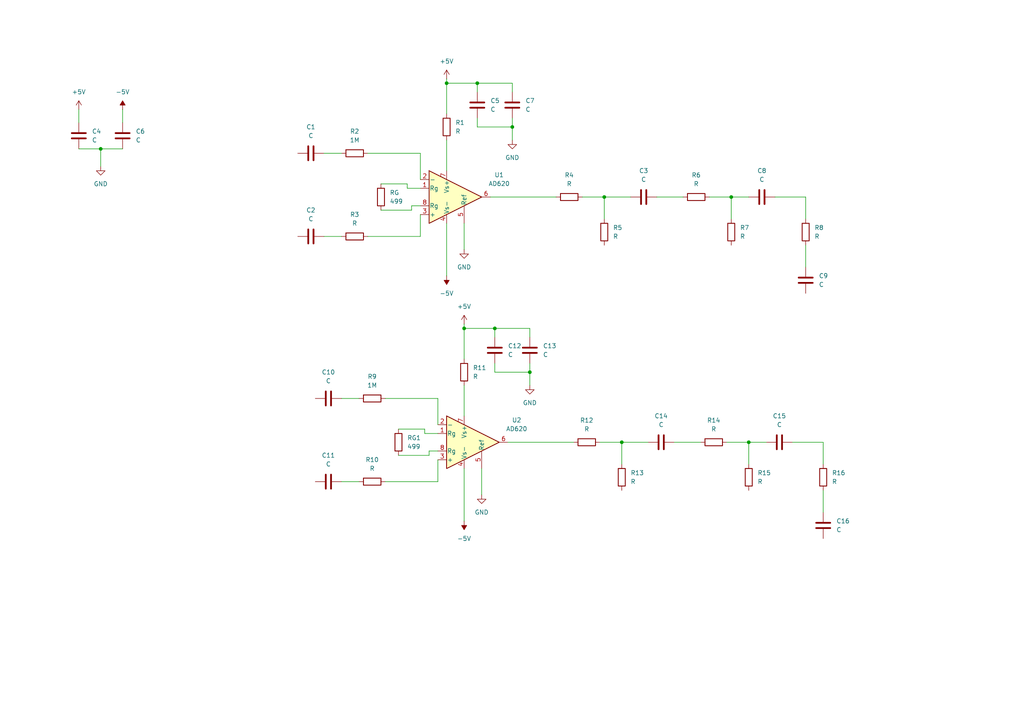
<source format=kicad_sch>
(kicad_sch (version 20250114) (generator "eeschema") (generator_version "9.0")
  (paper "A4")
  (lib_symbols
    (symbol "Amplifier_Instrumentation:AD620" (pin_names (offset 0.127))
      (property "Reference" "U" (at 3.81 7.62 0))
      (property "Value" "AD620" (at 5.08 5.08 0))
      (symbol "AD620_0_1"
        (polyline (pts (xy -7.62 7.62) (xy -7.62 -7.62) (xy 7.62 0) (xy -7.62 7.62)) (stroke (width 0.254)) (fill (type background)))
      )
      (symbol "AD620_1_1"
        (pin input line (at -10.16 5.08 0) (length 2.54) (name "-") (number "2"))
        (pin passive line (at -10.16 2.54 0) (length 2.54) (name "Rg") (number "1"))
        (pin passive line (at -10.16 -2.54 0) (length 2.54) (name "Rg") (number "8"))
        (pin input line (at -10.16 -5.08 0) (length 2.54) (name "+") (number "3"))
        (pin power_in line (at -2.54 7.62 270) (length 2.54) (name "Vs+") (number "7"))
        (pin power_in line (at -2.54 -7.62 90) (length 2.54) (name "Vs-") (number "4"))
        (pin passive line (at 2.54 -7.62 90) (length 5.08) (name "Ref") (number "5"))
        (pin output line (at 10.16 0 180) (length 2.54) (name "~") (number "6"))
      )
    )
    (symbol "Device:C" (pin_numbers (hide yes)) (pin_names (offset 0.254))
      (property "Reference" "C" (at 0.635 2.54 0))
      (property "Value" "C" (at 0.635 -2.54 0))
      (symbol "C_0_1"
        (polyline (pts (xy -2.032 0.762) (xy 2.032 0.762)) (stroke (width 0.508)))
        (polyline (pts (xy -2.032 -0.762) (xy 2.032 -0.762)) (stroke (width 0.508)))
      )
      (symbol "C_1_1"
        (pin passive line (at 0 3.81 270) (length 2.794) (name "~") (number "1"))
        (pin passive line (at 0 -3.81 90) (length 2.794) (name "~") (number "2"))
      )
    )
    (symbol "Device:R" (pin_numbers (hide yes)) (pin_names (offset 0))
      (property "Reference" "R" (at 2.032 0 90))
      (property "Value" "R" (at 0 0 90))
      (symbol "R_0_1"
        (rectangle (start -1.016 -2.54) (end 1.016 2.54) (stroke (width 0.254)))
      )
      (symbol "R_1_1"
        (pin passive line (at 0 3.81 270) (length 1.27) (name "~") (number "1"))
        (pin passive line (at 0 -3.81 90) (length 1.27) (name "~") (number "2"))
      )
    )
    (symbol "power:+5V" (power) (pin_numbers (hide yes)) (pin_names (offset 0) (hide yes))
      (property "Value" "+5V" (at 0 3.556 0))
      (symbol "+5V_0_1"
        (polyline (pts (xy -0.762 1.27) (xy 0 2.54)))
        (polyline (pts (xy 0 2.54) (xy 0.762 1.27)))
        (polyline (pts (xy 0 0) (xy 0 2.54)))
      )
      (symbol "+5V_1_1"
        (pin power_in line (at 0 0 90) (length 0) (name "~") (number "1"))
      )
    )
    (symbol "power:-5V" (power) (pin_numbers (hide yes)) (pin_names (offset 0) (hide yes))
      (property "Value" "-5V" (at 0 3.556 0))
      (symbol "-5V_0_0"
        (pin power_in line (at 0 0 90) (length 0) (name "~") (number "1"))
      )
      (symbol "-5V_0_1"
        (polyline (pts (xy 0 0) (xy 0 1.27) (xy 0.762 1.27) (xy 0 2.54) (xy -0.762 1.27) (xy 0 1.27)) (fill (type outline)))
      )
    )
    (symbol "power:GND" (power) (pin_numbers (hide yes)) (pin_names (offset 0) (hide yes))
      (property "Value" "GND" (at 0 -3.81 0))
      (symbol "GND_0_1"
        (polyline (pts (xy 0 0) (xy 0 -1.27) (xy 1.27 -1.27) (xy 0 -2.54) (xy -1.27 -1.27) (xy 0 -1.27)))
      )
      (symbol "GND_1_1"
        (pin power_in line (at 0 0 270) (length 0) (name "~") (number "1"))
      )
    )
  )
  (junction (at 212.09 57.15))
  (junction (at 175.26 57.15))
  (junction (at 153.67 107.95))
  (junction (at 143.51 95.25))
  (junction (at 148.59 36.83))
  (junction (at 138.43 24.13))
  (junction (at 180.34 128.27))
  (junction (at 29.21 43.18))
  (junction (at 134.62 95.25))
  (junction (at 217.17 128.27))
  (junction (at 129.54 24.13))
  (wire (pts (xy 217.17 128.27) (xy 222.25 128.27)))
  (wire (pts (xy 153.67 107.95) (xy 153.67 111.76)))
  (wire (pts (xy 106.68 68.58) (xy 121.92 68.58)))
  (wire (pts (xy 127 115.57) (xy 111.76 115.57)))
  (wire (pts (xy 127 125.73) (xy 123.19 125.73)))
  (wire (pts (xy 238.76 142.24) (xy 238.76 148.59)))
  (wire (pts (xy 123.19 125.73) (xy 123.19 124.46)))
  (wire (pts (xy 29.21 43.18) (xy 35.56 43.18)))
  (wire (pts (xy 29.21 43.18) (xy 29.21 48.26)))
  (wire (pts (xy 190.5 57.15) (xy 198.12 57.15)))
  (wire (pts (xy 134.62 111.76) (xy 134.62 120.65)))
  (wire (pts (xy 134.62 64.77) (xy 134.62 72.39)))
  (wire (pts (xy 118.11 53.34) (xy 110.49 53.34)))
  (wire (pts (xy 138.43 26.67) (xy 138.43 24.13)))
  (wire (pts (xy 233.68 63.5) (xy 233.68 57.15)))
  (wire (pts (xy 142.24 57.15) (xy 161.29 57.15)))
  (wire (pts (xy 118.11 54.61) (xy 118.11 53.34)))
  (wire (pts (xy 212.09 57.15) (xy 212.09 63.5)))
  (wire (pts (xy 121.92 59.69) (xy 119.38 59.69)))
  (wire (pts (xy 153.67 97.79) (xy 153.67 95.25)))
  (wire (pts (xy 127 123.19) (xy 127 115.57)))
  (wire (pts (xy 195.58 128.27) (xy 203.2 128.27)))
  (wire (pts (xy 212.09 57.15) (xy 217.17 57.15)))
  (wire (pts (xy 129.54 40.64) (xy 129.54 49.53)))
  (wire (pts (xy 138.43 24.13) (xy 129.54 24.13)))
  (wire (pts (xy 143.51 97.79) (xy 143.51 95.25)))
  (wire (pts (xy 99.06 115.57) (xy 104.14 115.57)))
  (wire (pts (xy 99.06 139.7) (xy 104.14 139.7)))
  (wire (pts (xy 238.76 134.62) (xy 238.76 128.27)))
  (wire (pts (xy 180.34 128.27) (xy 187.96 128.27)))
  (wire (pts (xy 180.34 128.27) (xy 180.34 134.62)))
  (wire (pts (xy 138.43 34.29) (xy 138.43 36.83)))
  (wire (pts (xy 93.98 44.45) (xy 99.06 44.45)))
  (wire (pts (xy 121.92 52.07) (xy 121.92 44.45)))
  (wire (pts (xy 147.32 128.27) (xy 166.37 128.27)))
  (wire (pts (xy 175.26 57.15) (xy 182.88 57.15)))
  (wire (pts (xy 129.54 24.13) (xy 129.54 33.02)))
  (wire (pts (xy 127 130.81) (xy 124.46 130.81)))
  (wire (pts (xy 138.43 36.83) (xy 148.59 36.83)))
  (wire (pts (xy 22.86 43.18) (xy 29.21 43.18)))
  (wire (pts (xy 35.56 31.75) (xy 35.56 35.56)))
  (wire (pts (xy 127 133.35) (xy 127 139.7)))
  (wire (pts (xy 121.92 62.23) (xy 121.92 68.58)))
  (wire (pts (xy 22.86 31.75) (xy 22.86 35.56)))
  (wire (pts (xy 205.74 57.15) (xy 212.09 57.15)))
  (wire (pts (xy 233.68 71.12) (xy 233.68 77.47)))
  (wire (pts (xy 129.54 22.86) (xy 129.54 24.13)))
  (wire (pts (xy 148.59 24.13) (xy 138.43 24.13)))
  (wire (pts (xy 111.76 139.7) (xy 127 139.7)))
  (wire (pts (xy 175.26 57.15) (xy 175.26 63.5)))
  (wire (pts (xy 153.67 105.41) (xy 153.67 107.95)))
  (wire (pts (xy 93.98 68.58) (xy 99.06 68.58)))
  (wire (pts (xy 134.62 93.98) (xy 134.62 95.25)))
  (wire (pts (xy 134.62 135.89) (xy 134.62 151.13)))
  (wire (pts (xy 148.59 36.83) (xy 148.59 40.64)))
  (wire (pts (xy 173.99 128.27) (xy 180.34 128.27)))
  (wire (pts (xy 143.51 95.25) (xy 134.62 95.25)))
  (wire (pts (xy 121.92 44.45) (xy 106.68 44.45)))
  (wire (pts (xy 119.38 59.69) (xy 119.38 60.96)))
  (wire (pts (xy 168.91 57.15) (xy 175.26 57.15)))
  (wire (pts (xy 124.46 130.81) (xy 124.46 132.08)))
  (wire (pts (xy 143.51 107.95) (xy 153.67 107.95)))
  (wire (pts (xy 210.82 128.27) (xy 217.17 128.27)))
  (wire (pts (xy 238.76 128.27) (xy 229.87 128.27)))
  (wire (pts (xy 129.54 64.77) (xy 129.54 80.01)))
  (wire (pts (xy 121.92 54.61) (xy 118.11 54.61)))
  (wire (pts (xy 153.67 95.25) (xy 143.51 95.25)))
  (wire (pts (xy 217.17 128.27) (xy 217.17 134.62)))
  (wire (pts (xy 139.7 135.89) (xy 139.7 143.51)))
  (wire (pts (xy 143.51 105.41) (xy 143.51 107.95)))
  (wire (pts (xy 148.59 26.67) (xy 148.59 24.13)))
  (wire (pts (xy 124.46 132.08) (xy 115.57 132.08)))
  (wire (pts (xy 134.62 95.25) (xy 134.62 104.14)))
  (wire (pts (xy 123.19 124.46) (xy 115.57 124.46)))
  (wire (pts (xy 233.68 57.15) (xy 224.79 57.15)))
  (wire (pts (xy 119.38 60.96) (xy 110.49 60.96)))
  (wire (pts (xy 148.59 34.29) (xy 148.59 36.83)))
  (symbol (lib_id "Device:C") (at 90.17 68.58 90) (unit 1)
    (property "Reference" "C2" (at 90.17 60.96 90))
    (property "Value" "C" (at 90.17 63.5 90))
    (property "Description" "Unpolarized capacitor" (effects (hide yes)))
    (instances (project "KiCadNFB" (path "" (reference "C2") (unit 1)) (path "" (reference "C20") (unit 1))))
  )
  (symbol (lib_id "Device:R") (at 212.09 67.31 180) (unit 1)
    (property "Reference" "R7" (at 214.63 66.0399 0) (effects (justify right)))
    (property "Value" "R" (at 214.63 68.5799 0) (effects (justify right)))
    (property "Description" "Resistor" (effects (hide yes)))
    (instances (project "KiCadNFB" (path "" (reference "R7") (unit 1)) (path "" (reference "R29") (unit 1))))
  )
  (symbol (lib_id "power:GND") (at 134.62 72.39 0) (unit 1)
    (property "Reference" "#PWR02" (effects (hide yes)))
    (property "Value" "GND" (at 134.62 77.47 0))
    (property "Description" "Power symbol creates a global label with name \"GND\" , ground" (effects (hide yes)))
    (instances (project "KiCadNFB" (path "" (reference "#PWR02") (unit 1)) (path "" (reference "#PWR017") (unit 1))))
  )
  (symbol (lib_id "power:GND") (at 139.7 143.51 0) (unit 1)
    (property "Reference" "#PWR010" (effects (hide yes)))
    (property "Value" "GND" (at 139.7 148.59 0))
    (property "Description" "Power symbol creates a global label with name \"GND\" , ground" (effects (hide yes)))
    (instances (project "KiCadNFB" (path "" (reference "#PWR010") (unit 1)) (path "" (reference "#PWR020") (unit 1))))
  )
  (symbol (lib_id "power:GND") (at 153.67 111.76 0) (unit 1)
    (property "Reference" "#PWR011" (effects (hide yes)))
    (property "Value" "GND" (at 153.67 116.84 0))
    (property "Description" "Power symbol creates a global label with name \"GND\" , ground" (effects (hide yes)))
    (instances (project "KiCadNFB" (path "" (reference "#PWR011") (unit 1)) (path "" (reference "#PWR022") (unit 1))))
  )
  (symbol (lib_id "Device:R") (at 134.62 107.95 180) (unit 1)
    (property "Reference" "R11" (at 137.16 106.6799 0) (effects (justify right)))
    (property "Value" "R" (at 137.16 109.2199 0) (effects (justify right)))
    (property "Description" "Resistor" (effects (hide yes)))
    (instances (project "KiCadNFB" (path "" (reference "R11") (unit 1)) (path "" (reference "R22") (unit 1))))
  )
  (symbol (lib_id "Amplifier_Instrumentation:AD620") (at 132.08 57.15 0) (unit 1)
    (property "Reference" "U1" (at 144.78 50.7298 0))
    (property "Value" "AD620" (at 144.78 53.2698 0))
    (property "Datasheet" "https://www.analog.com/media/en/technical-documentation/data-sheets/AD620.pdf" (effects (hide yes)))
    (property "Description" "Low Cost, Low Power, Instrumentation Amplifier, DIP-8/SOIC-8" (effects (hide yes)))
    (instances (project "KiCadNFB" (path "" (reference "U1") (unit 1)) (path "" (reference "U3") (unit 1))))
  )
  (symbol (lib_id "Device:R") (at 107.95 115.57 90) (unit 1)
    (property "Reference" "R9" (at 107.95 109.22 90))
    (property "Value" "1M" (at 107.95 111.76 90))
    (property "Description" "Resistor" (effects (hide yes)))
    (instances (project "KiCadNFB" (path "" (reference "R9") (unit 1)) (path "" (reference "R19") (unit 1))))
  )
  (symbol (lib_id "Device:C") (at 233.68 81.28 0) (unit 1)
    (property "Reference" "C9" (at 237.49 80.0099 0) (effects (justify left)))
    (property "Value" "C" (at 237.49 82.5499 0) (effects (justify left)))
    (property "Description" "Unpolarized capacitor" (effects (hide yes)))
    (instances (project "KiCadNFB" (path "" (reference "C9") (unit 1)) (path "" (reference "C31") (unit 1))))
  )
  (symbol (lib_id "power:-5V") (at 35.56 31.75 0) (unit 1)
    (property "Reference" "#PWR07" (effects (hide yes)))
    (property "Value" "-5V" (at 35.56 26.67 0))
    (property "Description" "Power symbol creates a global label with name \"-5V\"" (effects (hide yes)))
    (instances (project "KiCadNFB" (path "" (reference "#PWR07") (unit 1)) (path "" (reference "#PWR014") (unit 1))))
  )
  (symbol (lib_id "Device:R") (at 102.87 44.45 90) (unit 1)
    (property "Reference" "R2" (at 102.87 38.1 90))
    (property "Value" "1M" (at 102.87 40.64 90))
    (property "Description" "Resistor" (effects (hide yes)))
    (instances (project "KiCadNFB" (path "" (reference "R2") (unit 1)) (path "" (reference "R17") (unit 1))))
  )
  (symbol (lib_id "Device:C") (at 153.67 101.6 0) (unit 1)
    (property "Reference" "C13" (at 157.48 100.3299 0) (effects (justify left)))
    (property "Value" "C" (at 157.48 102.8699 0) (effects (justify left)))
    (property "Description" "Unpolarized capacitor" (effects (hide yes)))
    (instances (project "KiCadNFB" (path "" (reference "C13") (unit 1)) (path "" (reference "C26") (unit 1))))
  )
  (symbol (lib_id "Device:R") (at 170.18 128.27 90) (unit 1)
    (property "Reference" "R12" (at 170.18 121.92 90))
    (property "Value" "R" (at 170.18 124.46 90))
    (property "Description" "Resistor" (effects (hide yes)))
    (instances (project "KiCadNFB" (path "" (reference "R12") (unit 1)) (path "" (reference "R24") (unit 1))))
  )
  (symbol (lib_id "Device:C") (at 138.43 30.48 0) (unit 1)
    (property "Reference" "C5" (at 142.24 29.2099 0) (effects (justify left)))
    (property "Value" "C" (at 142.24 31.7499 0) (effects (justify left)))
    (property "Description" "Unpolarized capacitor" (effects (hide yes)))
    (instances (project "KiCadNFB" (path "" (reference "C5") (unit 1)) (path "" (reference "C23") (unit 1))))
  )
  (symbol (lib_id "power:GND") (at 148.59 40.64 0) (unit 1)
    (property "Reference" "#PWR03" (effects (hide yes)))
    (property "Value" "GND" (at 148.59 45.72 0))
    (property "Description" "Power symbol creates a global label with name \"GND\" , ground" (effects (hide yes)))
    (instances (project "KiCadNFB" (path "" (reference "#PWR03") (unit 1)) (path "" (reference "#PWR021") (unit 1))))
  )
  (symbol (lib_id "Device:R") (at 107.95 139.7 90) (unit 1)
    (property "Reference" "R10" (at 107.95 133.35 90))
    (property "Value" "R" (at 107.95 135.89 90))
    (property "Description" "Resistor" (effects (hide yes)))
    (instances (project "KiCadNFB" (path "" (reference "R10") (unit 1)) (path "" (reference "R20") (unit 1))))
  )
  (symbol (lib_id "Device:R") (at 217.17 138.43 180) (unit 1)
    (property "Reference" "R15" (at 219.71 137.1599 0) (effects (justify right)))
    (property "Value" "R" (at 219.71 139.6999 0) (effects (justify right)))
    (property "Description" "Resistor" (effects (hide yes)))
    (instances (project "KiCadNFB" (path "" (reference "R15") (unit 1)) (path "" (reference "R30") (unit 1))))
  )
  (symbol (lib_id "Device:R") (at 115.57 128.27 180) (unit 1)
    (property "Reference" "RG1" (at 118.11 126.9999 0) (effects (justify right)))
    (property "Value" "499" (at 118.11 129.5399 0) (effects (justify right)))
    (property "Description" "Resistor" (effects (hide yes)))
    (instances (project "KiCadNFB" (path "" (reference "RG1") (unit 1)) (path "" (reference "RG3") (unit 1))))
  )
  (symbol (lib_id "Device:C") (at 186.69 57.15 90) (unit 1)
    (property "Reference" "C3" (at 186.69 49.53 90))
    (property "Value" "C" (at 186.69 52.07 90))
    (property "Description" "Unpolarized capacitor" (effects (hide yes)))
    (instances (project "KiCadNFB" (path "" (reference "C3") (unit 1)) (path "" (reference "C27") (unit 1))))
  )
  (symbol (lib_id "Device:C") (at 220.98 57.15 90) (unit 1)
    (property "Reference" "C8" (at 220.98 49.53 90))
    (property "Value" "C" (at 220.98 52.07 90))
    (property "Description" "Unpolarized capacitor" (effects (hide yes)))
    (instances (project "KiCadNFB" (path "" (reference "C8") (unit 1)) (path "" (reference "C29") (unit 1))))
  )
  (symbol (lib_id "Device:C") (at 95.25 139.7 90) (unit 1)
    (property "Reference" "C11" (at 95.25 132.08 90))
    (property "Value" "C" (at 95.25 134.62 90))
    (property "Description" "Unpolarized capacitor" (effects (hide yes)))
    (instances (project "KiCadNFB" (path "" (reference "C11") (unit 1)) (path "" (reference "C22") (unit 1))))
  )
  (symbol (lib_id "power:+5V") (at 129.54 22.86 0) (unit 1)
    (property "Reference" "#PWR01" (effects (hide yes)))
    (property "Value" "+5V" (at 129.54 17.78 0))
    (property "Description" "Power symbol creates a global label with name \"+5V\"" (effects (hide yes)))
    (instances (project "KiCadNFB" (path "" (reference "#PWR01") (unit 1)) (path "" (reference "#PWR015") (unit 1))))
  )
  (symbol (lib_id "Amplifier_Instrumentation:AD620") (at 137.16 128.27 0) (unit 1)
    (property "Reference" "U2" (at 149.86 121.8498 0))
    (property "Value" "AD620" (at 149.86 124.3898 0))
    (property "Datasheet" "https://www.analog.com/media/en/technical-documentation/data-sheets/AD620.pdf" (effects (hide yes)))
    (property "Description" "Low Cost, Low Power, Instrumentation Amplifier, DIP-8/SOIC-8" (effects (hide yes)))
    (instances (project "KiCadNFB" (path "" (reference "U2") (unit 1)) (path "" (reference "U4") (unit 1))))
  )
  (symbol (lib_id "Device:R") (at 175.26 67.31 180) (unit 1)
    (property "Reference" "R5" (at 177.8 66.0399 0) (effects (justify right)))
    (property "Value" "R" (at 177.8 68.5799 0) (effects (justify right)))
    (property "Description" "Resistor" (effects (hide yes)))
    (instances (project "KiCadNFB" (path "" (reference "R5") (unit 1)) (path "" (reference "R25") (unit 1))))
  )
  (symbol (lib_id "Device:R") (at 110.49 57.15 180) (unit 1)
    (property "Reference" "RG" (at 113.03 55.8799 0) (effects (justify right)))
    (property "Value" "499" (at 113.03 58.4199 0) (effects (justify right)))
    (property "Description" "Resistor" (effects (hide yes)))
    (instances (project "KiCadNFB" (path "" (reference "RG") (unit 1)) (path "" (reference "RG2") (unit 1))))
  )
  (symbol (lib_id "Device:R") (at 207.01 128.27 90) (unit 1)
    (property "Reference" "R14" (at 207.01 121.92 90))
    (property "Value" "R" (at 207.01 124.46 90))
    (property "Description" "Resistor" (effects (hide yes)))
    (instances (project "KiCadNFB" (path "" (reference "R14") (unit 1)) (path "" (reference "R28") (unit 1))))
  )
  (symbol (lib_id "Device:R") (at 102.87 68.58 90) (unit 1)
    (property "Reference" "R3" (at 102.87 62.23 90))
    (property "Value" "R" (at 102.87 64.77 90))
    (property "Description" "Resistor" (effects (hide yes)))
    (instances (project "KiCadNFB" (path "" (reference "R3") (unit 1)) (path "" (reference "R18") (unit 1))))
  )
  (symbol (lib_id "Device:C") (at 35.56 39.37 180) (unit 1)
    (property "Reference" "C6" (at 39.37 38.0999 0) (effects (justify right)))
    (property "Value" "C" (at 39.37 40.6399 0) (effects (justify right)))
    (property "Description" "Unpolarized capacitor" (effects (hide yes)))
    (instances (project "KiCadNFB" (path "" (reference "C6") (unit 1)) (path "" (reference "C18") (unit 1))))
  )
  (symbol (lib_id "Device:R") (at 201.93 57.15 90) (unit 1)
    (property "Reference" "R6" (at 201.93 50.8 90))
    (property "Value" "R" (at 201.93 53.34 90))
    (property "Description" "Resistor" (effects (hide yes)))
    (instances (project "KiCadNFB" (path "" (reference "R6") (unit 1)) (path "" (reference "R27") (unit 1))))
  )
  (symbol (lib_id "Device:R") (at 180.34 138.43 180) (unit 1)
    (property "Reference" "R13" (at 182.88 137.1599 0) (effects (justify right)))
    (property "Value" "R" (at 182.88 139.6999 0) (effects (justify right)))
    (property "Description" "Resistor" (effects (hide yes)))
    (instances (project "KiCadNFB" (path "" (reference "R13") (unit 1)) (path "" (reference "R26") (unit 1))))
  )
  (symbol (lib_id "power:+5V") (at 134.62 93.98 0) (unit 1)
    (property "Reference" "#PWR08" (effects (hide yes)))
    (property "Value" "+5V" (at 134.62 88.9 0))
    (property "Description" "Power symbol creates a global label with name \"+5V\"" (effects (hide yes)))
    (instances (project "KiCadNFB" (path "" (reference "#PWR08") (unit 1)) (path "" (reference "#PWR018") (unit 1))))
  )
  (symbol (lib_id "Device:R") (at 129.54 36.83 180) (unit 1)
    (property "Reference" "R1" (at 132.08 35.5599 0) (effects (justify right)))
    (property "Value" "R" (at 132.08 38.0999 0) (effects (justify right)))
    (property "Description" "Resistor" (effects (hide yes)))
    (instances (project "KiCadNFB" (path "" (reference "R1") (unit 1)) (path "" (reference "R21") (unit 1))))
  )
  (symbol (lib_id "power:GND") (at 29.21 48.26 0) (unit 1)
    (property "Reference" "#PWR04" (effects (hide yes)))
    (property "Value" "GND" (at 29.21 53.34 0))
    (property "Description" "Power symbol creates a global label with name \"GND\" , ground" (effects (hide yes)))
    (instances (project "KiCadNFB" (path "" (reference "#PWR04") (unit 1)) (path "" (reference "#PWR013") (unit 1))))
  )
  (symbol (lib_id "Device:C") (at 95.25 115.57 90) (unit 1)
    (property "Reference" "C10" (at 95.25 107.95 90))
    (property "Value" "C" (at 95.25 110.49 90))
    (property "Description" "Unpolarized capacitor" (effects (hide yes)))
    (instances (project "KiCadNFB" (path "" (reference "C10") (unit 1)) (path "" (reference "C21") (unit 1))))
  )
  (symbol (lib_id "Device:C") (at 148.59 30.48 0) (unit 1)
    (property "Reference" "C7" (at 152.4 29.2099 0) (effects (justify left)))
    (property "Value" "C" (at 152.4 31.7499 0) (effects (justify left)))
    (property "Description" "Unpolarized capacitor" (effects (hide yes)))
    (instances (project "KiCadNFB" (path "" (reference "C7") (unit 1)) (path "" (reference "C25") (unit 1))))
  )
  (symbol (lib_id "power:+5V") (at 22.86 31.75 0) (unit 1)
    (property "Reference" "#PWR05" (effects (hide yes)))
    (property "Value" "+5V" (at 22.86 26.67 0))
    (property "Description" "Power symbol creates a global label with name \"+5V\"" (effects (hide yes)))
    (instances (project "KiCadNFB" (path "" (reference "#PWR05") (unit 1)) (path "" (reference "#PWR012") (unit 1))))
  )
  (symbol (lib_id "Device:C") (at 22.86 39.37 0) (unit 1)
    (property "Reference" "C4" (at 26.67 38.0999 0) (effects (justify left)))
    (property "Value" "C" (at 26.67 40.6399 0) (effects (justify left)))
    (property "Description" "Unpolarized capacitor" (effects (hide yes)))
    (instances (project "KiCadNFB" (path "" (reference "C4") (unit 1)) (path "" (reference "C17") (unit 1))))
  )
  (symbol (lib_id "power:-5V") (at 129.54 80.01 180) (unit 1)
    (property "Reference" "#PWR06" (effects (hide yes)))
    (property "Value" "-5V" (at 129.54 85.09 0))
    (property "Description" "Power symbol creates a global label with name \"-5V\"" (effects (hide yes)))
    (instances (project "KiCadNFB" (path "" (reference "#PWR06") (unit 1)) (path "" (reference "#PWR016") (unit 1))))
  )
  (symbol (lib_id "Device:C") (at 143.51 101.6 0) (unit 1)
    (property "Reference" "C12" (at 147.32 100.3299 0) (effects (justify left)))
    (property "Value" "C" (at 147.32 102.8699 0) (effects (justify left)))
    (property "Description" "Unpolarized capacitor" (effects (hide yes)))
    (instances (project "KiCadNFB" (path "" (reference "C12") (unit 1)) (path "" (reference "C24") (unit 1))))
  )
  (symbol (lib_id "power:-5V") (at 134.62 151.13 180) (unit 1)
    (property "Reference" "#PWR09" (effects (hide yes)))
    (property "Value" "-5V" (at 134.62 156.21 0))
    (property "Description" "Power symbol creates a global label with name \"-5V\"" (effects (hide yes)))
    (instances (project "KiCadNFB" (path "" (reference "#PWR09") (unit 1)) (path "" (reference "#PWR019") (unit 1))))
  )
  (symbol (lib_id "Device:R") (at 165.1 57.15 90) (unit 1)
    (property "Reference" "R4" (at 165.1 50.8 90))
    (property "Value" "R" (at 165.1 53.34 90))
    (property "Description" "Resistor" (effects (hide yes)))
    (instances (project "KiCadNFB" (path "" (reference "R4") (unit 1)) (path "" (reference "R23") (unit 1))))
  )
  (symbol (lib_id "Device:R") (at 233.68 67.31 180) (unit 1)
    (property "Reference" "R8" (at 236.22 66.0399 0) (effects (justify right)))
    (property "Value" "R" (at 236.22 68.5799 0) (effects (justify right)))
    (property "Description" "Resistor" (effects (hide yes)))
    (instances (project "KiCadNFB" (path "" (reference "R8") (unit 1)) (path "" (reference "R31") (unit 1))))
  )
  (symbol (lib_id "Device:R") (at 238.76 138.43 180) (unit 1)
    (property "Reference" "R16" (at 241.3 137.1599 0) (effects (justify right)))
    (property "Value" "R" (at 241.3 139.6999 0) (effects (justify right)))
    (property "Description" "Resistor" (effects (hide yes)))
    (instances (project "KiCadNFB" (path "" (reference "R16") (unit 1)) (path "" (reference "R32") (unit 1))))
  )
  (symbol (lib_id "Device:C") (at 238.76 152.4 0) (unit 1)
    (property "Reference" "C16" (at 242.57 151.1299 0) (effects (justify left)))
    (property "Value" "C" (at 242.57 153.6699 0) (effects (justify left)))
    (property "Description" "Unpolarized capacitor" (effects (hide yes)))
    (instances (project "KiCadNFB" (path "" (reference "C16") (unit 1)) (path "" (reference "C32") (unit 1))))
  )
  (symbol (lib_id "Device:C") (at 226.06 128.27 90) (unit 1)
    (property "Reference" "C15" (at 226.06 120.65 90))
    (property "Value" "C" (at 226.06 123.19 90))
    (property "Description" "Unpolarized capacitor" (effects (hide yes)))
    (instances (project "KiCadNFB" (path "" (reference "C15") (unit 1)) (path "" (reference "C30") (unit 1))))
  )
  (symbol (lib_id "Device:C") (at 191.77 128.27 90) (unit 1)
    (property "Reference" "C14" (at 191.77 120.65 90))
    (property "Value" "C" (at 191.77 123.19 90))
    (property "Description" "Unpolarized capacitor" (effects (hide yes)))
    (instances (project "KiCadNFB" (path "" (reference "C14") (unit 1)) (path "" (reference "C28") (unit 1))))
  )
  (symbol (lib_id "Device:C") (at 90.17 44.45 90) (unit 1)
    (property "Reference" "C1" (at 90.17 36.83 90))
    (property "Value" "C" (at 90.17 39.37 90))
    (property "Description" "Unpolarized capacitor" (effects (hide yes)))
    (instances (project "KiCadNFB" (path "" (reference "C1") (unit 1)) (path "" (reference "C19") (unit 1))))
  )
)
</source>
